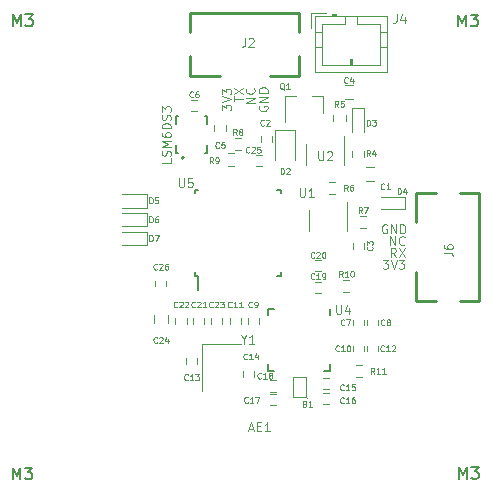
<source format=gbr>
G04 #@! TF.FileFunction,Legend,Top*
%FSLAX46Y46*%
G04 Gerber Fmt 4.6, Leading zero omitted, Abs format (unit mm)*
G04 Created by KiCad (PCBNEW 4.0.7) date Tuesday, 19 '19e' June '19e' 2018, 11:22:24*
%MOMM*%
%LPD*%
G01*
G04 APERTURE LIST*
%ADD10C,0.100000*%
%ADD11C,0.120000*%
%ADD12C,0.254000*%
%ADD13C,0.200000*%
%ADD14C,0.127000*%
%ADD15C,0.150000*%
G04 APERTURE END LIST*
D10*
X155828572Y-89825000D02*
X155757143Y-89789286D01*
X155650000Y-89789286D01*
X155542857Y-89825000D01*
X155471429Y-89896429D01*
X155435714Y-89967857D01*
X155400000Y-90110714D01*
X155400000Y-90217857D01*
X155435714Y-90360714D01*
X155471429Y-90432143D01*
X155542857Y-90503571D01*
X155650000Y-90539286D01*
X155721429Y-90539286D01*
X155828572Y-90503571D01*
X155864286Y-90467857D01*
X155864286Y-90217857D01*
X155721429Y-90217857D01*
X156185714Y-90539286D02*
X156185714Y-89789286D01*
X156614286Y-90539286D01*
X156614286Y-89789286D01*
X156971428Y-90539286D02*
X156971428Y-89789286D01*
X157150000Y-89789286D01*
X157257143Y-89825000D01*
X157328571Y-89896429D01*
X157364286Y-89967857D01*
X157400000Y-90110714D01*
X157400000Y-90217857D01*
X157364286Y-90360714D01*
X157328571Y-90432143D01*
X157257143Y-90503571D01*
X157150000Y-90539286D01*
X156971428Y-90539286D01*
X156110714Y-91539286D02*
X156110714Y-90789286D01*
X156539286Y-91539286D01*
X156539286Y-90789286D01*
X157325000Y-91467857D02*
X157289286Y-91503571D01*
X157182143Y-91539286D01*
X157110714Y-91539286D01*
X157003571Y-91503571D01*
X156932143Y-91432143D01*
X156896428Y-91360714D01*
X156860714Y-91217857D01*
X156860714Y-91110714D01*
X156896428Y-90967857D01*
X156932143Y-90896429D01*
X157003571Y-90825000D01*
X157110714Y-90789286D01*
X157182143Y-90789286D01*
X157289286Y-90825000D01*
X157325000Y-90860714D01*
X156575000Y-92539286D02*
X156325000Y-92182143D01*
X156146428Y-92539286D02*
X156146428Y-91789286D01*
X156432143Y-91789286D01*
X156503571Y-91825000D01*
X156539286Y-91860714D01*
X156575000Y-91932143D01*
X156575000Y-92039286D01*
X156539286Y-92110714D01*
X156503571Y-92146429D01*
X156432143Y-92182143D01*
X156146428Y-92182143D01*
X156825000Y-91789286D02*
X157325000Y-92539286D01*
X157325000Y-91789286D02*
X156825000Y-92539286D01*
X155471429Y-92789286D02*
X155935715Y-92789286D01*
X155685715Y-93075000D01*
X155792857Y-93075000D01*
X155864286Y-93110714D01*
X155900000Y-93146429D01*
X155935715Y-93217857D01*
X155935715Y-93396429D01*
X155900000Y-93467857D01*
X155864286Y-93503571D01*
X155792857Y-93539286D01*
X155578572Y-93539286D01*
X155507143Y-93503571D01*
X155471429Y-93467857D01*
X156150001Y-92789286D02*
X156400001Y-93539286D01*
X156650001Y-92789286D01*
X156828572Y-92789286D02*
X157292858Y-92789286D01*
X157042858Y-93075000D01*
X157150000Y-93075000D01*
X157221429Y-93110714D01*
X157257143Y-93146429D01*
X157292858Y-93217857D01*
X157292858Y-93396429D01*
X157257143Y-93467857D01*
X157221429Y-93503571D01*
X157150000Y-93539286D01*
X156935715Y-93539286D01*
X156864286Y-93503571D01*
X156828572Y-93467857D01*
X141889286Y-80128571D02*
X141889286Y-79664285D01*
X142175000Y-79914285D01*
X142175000Y-79807143D01*
X142210714Y-79735714D01*
X142246429Y-79700000D01*
X142317857Y-79664285D01*
X142496429Y-79664285D01*
X142567857Y-79700000D01*
X142603571Y-79735714D01*
X142639286Y-79807143D01*
X142639286Y-80021428D01*
X142603571Y-80092857D01*
X142567857Y-80128571D01*
X141889286Y-79449999D02*
X142639286Y-79199999D01*
X141889286Y-78949999D01*
X141889286Y-78771428D02*
X141889286Y-78307142D01*
X142175000Y-78557142D01*
X142175000Y-78450000D01*
X142210714Y-78378571D01*
X142246429Y-78342857D01*
X142317857Y-78307142D01*
X142496429Y-78307142D01*
X142567857Y-78342857D01*
X142603571Y-78378571D01*
X142639286Y-78450000D01*
X142639286Y-78664285D01*
X142603571Y-78735714D01*
X142567857Y-78771428D01*
X145025000Y-79771428D02*
X144989286Y-79842857D01*
X144989286Y-79950000D01*
X145025000Y-80057143D01*
X145096429Y-80128571D01*
X145167857Y-80164286D01*
X145310714Y-80200000D01*
X145417857Y-80200000D01*
X145560714Y-80164286D01*
X145632143Y-80128571D01*
X145703571Y-80057143D01*
X145739286Y-79950000D01*
X145739286Y-79878571D01*
X145703571Y-79771428D01*
X145667857Y-79735714D01*
X145417857Y-79735714D01*
X145417857Y-79878571D01*
X145739286Y-79414286D02*
X144989286Y-79414286D01*
X145739286Y-78985714D01*
X144989286Y-78985714D01*
X145739286Y-78628572D02*
X144989286Y-78628572D01*
X144989286Y-78450000D01*
X145025000Y-78342857D01*
X145096429Y-78271429D01*
X145167857Y-78235714D01*
X145310714Y-78200000D01*
X145417857Y-78200000D01*
X145560714Y-78235714D01*
X145632143Y-78271429D01*
X145703571Y-78342857D01*
X145739286Y-78450000D01*
X145739286Y-78628572D01*
X144639286Y-79489286D02*
X143889286Y-79489286D01*
X144639286Y-79060714D01*
X143889286Y-79060714D01*
X144567857Y-78275000D02*
X144603571Y-78310714D01*
X144639286Y-78417857D01*
X144639286Y-78489286D01*
X144603571Y-78596429D01*
X144532143Y-78667857D01*
X144460714Y-78703572D01*
X144317857Y-78739286D01*
X144210714Y-78739286D01*
X144067857Y-78703572D01*
X143996429Y-78667857D01*
X143925000Y-78596429D01*
X143889286Y-78489286D01*
X143889286Y-78417857D01*
X143925000Y-78310714D01*
X143960714Y-78275000D01*
X142889286Y-79371428D02*
X142889286Y-78942857D01*
X143639286Y-79157143D02*
X142889286Y-79157143D01*
X142889286Y-78764285D02*
X143639286Y-78264285D01*
X142889286Y-78264285D02*
X143639286Y-78764285D01*
X149100000Y-104550000D02*
G75*
G03X149100000Y-104550000I-50000J0D01*
G01*
X147850000Y-102700000D02*
X147850000Y-104400000D01*
X148950000Y-102700000D02*
X147850000Y-102700000D01*
X148950000Y-104400000D02*
X148950000Y-102700000D01*
X147850000Y-104400000D02*
X148950000Y-104400000D01*
D11*
X154750000Y-86100000D02*
X154050000Y-86100000D01*
X154050000Y-84900000D02*
X154750000Y-84900000D01*
X146070000Y-82850000D02*
X146070000Y-82350000D01*
X145130000Y-82350000D02*
X145130000Y-82850000D01*
X153870000Y-91850000D02*
X153870000Y-91350000D01*
X152930000Y-91350000D02*
X152930000Y-91850000D01*
X152950000Y-79200000D02*
X152250000Y-79200000D01*
X152250000Y-78000000D02*
X152950000Y-78000000D01*
X142170000Y-81850000D02*
X142170000Y-81350000D01*
X141230000Y-81350000D02*
X141230000Y-81850000D01*
X139250000Y-80170000D02*
X139750000Y-80170000D01*
X139750000Y-79230000D02*
X139250000Y-79230000D01*
X153870000Y-98350000D02*
X153870000Y-97850000D01*
X152930000Y-97850000D02*
X152930000Y-98350000D01*
X155070000Y-98350000D02*
X155070000Y-97850000D01*
X154130000Y-97850000D02*
X154130000Y-98350000D01*
X144030000Y-97750000D02*
X144030000Y-98250000D01*
X144970000Y-98250000D02*
X144970000Y-97750000D01*
X152930000Y-100050000D02*
X152930000Y-100550000D01*
X153870000Y-100550000D02*
X153870000Y-100050000D01*
X142530000Y-97750000D02*
X142530000Y-98250000D01*
X143470000Y-98250000D02*
X143470000Y-97750000D01*
X139770000Y-101600000D02*
X139770000Y-101100000D01*
X138830000Y-101100000D02*
X138830000Y-101600000D01*
X143680000Y-102200000D02*
X143680000Y-102700000D01*
X144620000Y-102700000D02*
X144620000Y-102200000D01*
X148050000Y-81800000D02*
X146350000Y-81800000D01*
X146350000Y-81800000D02*
X146350000Y-84350000D01*
X148050000Y-81800000D02*
X148050000Y-84350000D01*
X153900000Y-79900000D02*
X152900000Y-79900000D01*
X152900000Y-79900000D02*
X152900000Y-82000000D01*
X153900000Y-79900000D02*
X153900000Y-82000000D01*
X157400000Y-88500000D02*
X157400000Y-87500000D01*
X157400000Y-87500000D02*
X155300000Y-87500000D01*
X157400000Y-88500000D02*
X155300000Y-88500000D01*
X135500000Y-88370000D02*
X135500000Y-87230000D01*
X135500000Y-87230000D02*
X133400000Y-87230000D01*
X135500000Y-88370000D02*
X133400000Y-88370000D01*
X135500000Y-89970000D02*
X135500000Y-88830000D01*
X135500000Y-88830000D02*
X133400000Y-88830000D01*
X135500000Y-89970000D02*
X133400000Y-89970000D01*
X135500000Y-91570000D02*
X135500000Y-90430000D01*
X135500000Y-90430000D02*
X133400000Y-90430000D01*
X135500000Y-91570000D02*
X133400000Y-91570000D01*
D12*
X148400000Y-71900000D02*
X139200000Y-71900000D01*
X148400000Y-71900000D02*
X148400000Y-73500000D01*
X148400000Y-77200000D02*
X148400000Y-75500000D01*
X139200000Y-71900000D02*
X139200000Y-73500000D01*
X139200000Y-77200000D02*
X139200000Y-75500000D01*
X148400000Y-77200000D02*
X145900000Y-77200000D01*
X139200000Y-77200000D02*
X141700000Y-77200000D01*
D11*
X149740000Y-72190000D02*
X149740000Y-76890000D01*
X149740000Y-76890000D02*
X155840000Y-76890000D01*
X155840000Y-76890000D02*
X155840000Y-72190000D01*
X155840000Y-72190000D02*
X149740000Y-72190000D01*
X152290000Y-72190000D02*
X152290000Y-72790000D01*
X152290000Y-72790000D02*
X150340000Y-72790000D01*
X150340000Y-72790000D02*
X150340000Y-76290000D01*
X150340000Y-76290000D02*
X155240000Y-76290000D01*
X155240000Y-76290000D02*
X155240000Y-72790000D01*
X155240000Y-72790000D02*
X153290000Y-72790000D01*
X153290000Y-72790000D02*
X153290000Y-72190000D01*
X149740000Y-73490000D02*
X150340000Y-73490000D01*
X149740000Y-74790000D02*
X150340000Y-74790000D01*
X155840000Y-73490000D02*
X155240000Y-73490000D01*
X155840000Y-74790000D02*
X155240000Y-74790000D01*
X151490000Y-72190000D02*
X151490000Y-71990000D01*
X151490000Y-71990000D02*
X151190000Y-71990000D01*
X151190000Y-71990000D02*
X151190000Y-72190000D01*
X151490000Y-72090000D02*
X151190000Y-72090000D01*
X152690000Y-76290000D02*
X152690000Y-75790000D01*
X152690000Y-75790000D02*
X152890000Y-75790000D01*
X152890000Y-75790000D02*
X152890000Y-76290000D01*
X152790000Y-76290000D02*
X152790000Y-75790000D01*
X150690000Y-71890000D02*
X149440000Y-71890000D01*
X149440000Y-71890000D02*
X149440000Y-73140000D01*
X150380000Y-78940000D02*
X149450000Y-78940000D01*
X147220000Y-78940000D02*
X148150000Y-78940000D01*
X147220000Y-78940000D02*
X147220000Y-81100000D01*
X150380000Y-78940000D02*
X150380000Y-80400000D01*
X153930000Y-84050000D02*
X153930000Y-83550000D01*
X152870000Y-83550000D02*
X152870000Y-84050000D01*
X151270000Y-80550000D02*
X151270000Y-81050000D01*
X152330000Y-81050000D02*
X152330000Y-80550000D01*
X150950000Y-87230000D02*
X151450000Y-87230000D01*
X151450000Y-86170000D02*
X150950000Y-86170000D01*
X154050000Y-89070000D02*
X153550000Y-89070000D01*
X153550000Y-90130000D02*
X154050000Y-90130000D01*
X149215000Y-88550000D02*
X149215000Y-90350000D01*
X152435000Y-90350000D02*
X152435000Y-87900000D01*
X148990000Y-83000000D02*
X148990000Y-84800000D01*
X152210000Y-84800000D02*
X152210000Y-82350000D01*
D13*
X138650000Y-84150000D02*
G75*
G03X138650000Y-84150000I-100000J0D01*
G01*
D14*
X138000000Y-83100000D02*
X138000000Y-83750000D01*
X138000000Y-83750000D02*
X138150000Y-83750000D01*
X138000000Y-81300000D02*
X138000000Y-80650000D01*
X138000000Y-80650000D02*
X138150000Y-80650000D01*
X140450000Y-80650000D02*
X140600000Y-80650000D01*
X140600000Y-80650000D02*
X140600000Y-81300000D01*
X140450000Y-83750000D02*
X140600000Y-83750000D01*
X140600000Y-83750000D02*
X140600000Y-83100000D01*
D11*
X154130000Y-100050000D02*
X154130000Y-100550000D01*
X155070000Y-100550000D02*
X155070000Y-100050000D01*
X150950000Y-102830000D02*
X150450000Y-102830000D01*
X150450000Y-103770000D02*
X150950000Y-103770000D01*
X150950000Y-104030000D02*
X150450000Y-104030000D01*
X150450000Y-104970000D02*
X150950000Y-104970000D01*
X145975000Y-105120000D02*
X146475000Y-105120000D01*
X146475000Y-104180000D02*
X145975000Y-104180000D01*
X145975000Y-103945000D02*
X146475000Y-103945000D01*
X146475000Y-103005000D02*
X145975000Y-103005000D01*
X150250000Y-94630000D02*
X149750000Y-94630000D01*
X149750000Y-95570000D02*
X150250000Y-95570000D01*
X150250000Y-92830000D02*
X149750000Y-92830000D01*
X149750000Y-93770000D02*
X150250000Y-93770000D01*
X140370000Y-98250000D02*
X140370000Y-97750000D01*
X139430000Y-97750000D02*
X139430000Y-98250000D01*
X138870000Y-98250000D02*
X138870000Y-97750000D01*
X137930000Y-97750000D02*
X137930000Y-98250000D01*
X141870000Y-98250000D02*
X141870000Y-97750000D01*
X140930000Y-97750000D02*
X140930000Y-98250000D01*
X136100000Y-98150000D02*
X136100000Y-97450000D01*
X137300000Y-97450000D02*
X137300000Y-98150000D01*
X144750000Y-84870000D02*
X145250000Y-84870000D01*
X145250000Y-83930000D02*
X144750000Y-83930000D01*
X136230000Y-94550000D02*
X136230000Y-95050000D01*
X137170000Y-95050000D02*
X137170000Y-94550000D01*
D12*
X163600000Y-96300000D02*
X163600000Y-87100000D01*
X163600000Y-96300000D02*
X162000000Y-96300000D01*
X158300000Y-96300000D02*
X160000000Y-96300000D01*
X163600000Y-87100000D02*
X162000000Y-87100000D01*
X158300000Y-87100000D02*
X160000000Y-87100000D01*
X158300000Y-96300000D02*
X158300000Y-93800000D01*
X158300000Y-87100000D02*
X158300000Y-89600000D01*
D11*
X143450000Y-82470000D02*
X142950000Y-82470000D01*
X142950000Y-83530000D02*
X143450000Y-83530000D01*
X142850000Y-83770000D02*
X142350000Y-83770000D01*
X142350000Y-84830000D02*
X142850000Y-84830000D01*
X152650000Y-94470000D02*
X152150000Y-94470000D01*
X152150000Y-95530000D02*
X152650000Y-95530000D01*
X153250000Y-102730000D02*
X153750000Y-102730000D01*
X153750000Y-101670000D02*
X153250000Y-101670000D01*
D15*
X151025000Y-102175000D02*
X150500000Y-102175000D01*
X145775000Y-96925000D02*
X146300000Y-96925000D01*
X145775000Y-102175000D02*
X146300000Y-102175000D01*
X151025000Y-96925000D02*
X151025000Y-97450000D01*
X145775000Y-96925000D02*
X145775000Y-97450000D01*
X145775000Y-102175000D02*
X145775000Y-101650000D01*
X151025000Y-102175000D02*
X151025000Y-101650000D01*
X139575000Y-94125000D02*
X139800000Y-94125000D01*
X139575000Y-86875000D02*
X139875000Y-86875000D01*
X146825000Y-86875000D02*
X146525000Y-86875000D01*
X146825000Y-94125000D02*
X146525000Y-94125000D01*
X139575000Y-94125000D02*
X139575000Y-93825000D01*
X146825000Y-94125000D02*
X146825000Y-93825000D01*
X146825000Y-86875000D02*
X146825000Y-87175000D01*
X139575000Y-86875000D02*
X139575000Y-87175000D01*
X139800000Y-94125000D02*
X139800000Y-95350000D01*
D11*
X143450000Y-99900000D02*
X140150000Y-99900000D01*
X140150000Y-99900000D02*
X140150000Y-103900000D01*
D10*
X148897619Y-104964286D02*
X148969048Y-104988095D01*
X148992857Y-105011905D01*
X149016667Y-105059524D01*
X149016667Y-105130952D01*
X148992857Y-105178571D01*
X148969048Y-105202381D01*
X148921429Y-105226190D01*
X148730953Y-105226190D01*
X148730953Y-104726190D01*
X148897619Y-104726190D01*
X148945238Y-104750000D01*
X148969048Y-104773810D01*
X148992857Y-104821429D01*
X148992857Y-104869048D01*
X148969048Y-104916667D01*
X148945238Y-104940476D01*
X148897619Y-104964286D01*
X148730953Y-104964286D01*
X149492857Y-105226190D02*
X149207143Y-105226190D01*
X149350000Y-105226190D02*
X149350000Y-104726190D01*
X149302381Y-104797619D01*
X149254762Y-104845238D01*
X149207143Y-104869048D01*
D15*
X161920476Y-111332381D02*
X161920476Y-110332381D01*
X162253810Y-111046667D01*
X162587143Y-110332381D01*
X162587143Y-111332381D01*
X162968095Y-110332381D02*
X163587143Y-110332381D01*
X163253809Y-110713333D01*
X163396667Y-110713333D01*
X163491905Y-110760952D01*
X163539524Y-110808571D01*
X163587143Y-110903810D01*
X163587143Y-111141905D01*
X163539524Y-111237143D01*
X163491905Y-111284762D01*
X163396667Y-111332381D01*
X163110952Y-111332381D01*
X163015714Y-111284762D01*
X162968095Y-111237143D01*
X124140476Y-111382381D02*
X124140476Y-110382381D01*
X124473810Y-111096667D01*
X124807143Y-110382381D01*
X124807143Y-111382381D01*
X125188095Y-110382381D02*
X125807143Y-110382381D01*
X125473809Y-110763333D01*
X125616667Y-110763333D01*
X125711905Y-110810952D01*
X125759524Y-110858571D01*
X125807143Y-110953810D01*
X125807143Y-111191905D01*
X125759524Y-111287143D01*
X125711905Y-111334762D01*
X125616667Y-111382381D01*
X125330952Y-111382381D01*
X125235714Y-111334762D01*
X125188095Y-111287143D01*
X161870476Y-73022381D02*
X161870476Y-72022381D01*
X162203810Y-72736667D01*
X162537143Y-72022381D01*
X162537143Y-73022381D01*
X162918095Y-72022381D02*
X163537143Y-72022381D01*
X163203809Y-72403333D01*
X163346667Y-72403333D01*
X163441905Y-72450952D01*
X163489524Y-72498571D01*
X163537143Y-72593810D01*
X163537143Y-72831905D01*
X163489524Y-72927143D01*
X163441905Y-72974762D01*
X163346667Y-73022381D01*
X163060952Y-73022381D01*
X162965714Y-72974762D01*
X162918095Y-72927143D01*
D10*
X144175000Y-107075000D02*
X144532143Y-107075000D01*
X144103572Y-107289286D02*
X144353572Y-106539286D01*
X144603572Y-107289286D01*
X144853571Y-106896429D02*
X145103571Y-106896429D01*
X145210714Y-107289286D02*
X144853571Y-107289286D01*
X144853571Y-106539286D01*
X145210714Y-106539286D01*
X145925000Y-107289286D02*
X145496428Y-107289286D01*
X145710714Y-107289286D02*
X145710714Y-106539286D01*
X145639285Y-106646429D01*
X145567857Y-106717857D01*
X145496428Y-106753571D01*
X155616667Y-86778571D02*
X155592857Y-86802381D01*
X155521429Y-86826190D01*
X155473810Y-86826190D01*
X155402381Y-86802381D01*
X155354762Y-86754762D01*
X155330953Y-86707143D01*
X155307143Y-86611905D01*
X155307143Y-86540476D01*
X155330953Y-86445238D01*
X155354762Y-86397619D01*
X155402381Y-86350000D01*
X155473810Y-86326190D01*
X155521429Y-86326190D01*
X155592857Y-86350000D01*
X155616667Y-86373810D01*
X156092857Y-86826190D02*
X155807143Y-86826190D01*
X155950000Y-86826190D02*
X155950000Y-86326190D01*
X155902381Y-86397619D01*
X155854762Y-86445238D01*
X155807143Y-86469048D01*
X145416667Y-81378571D02*
X145392857Y-81402381D01*
X145321429Y-81426190D01*
X145273810Y-81426190D01*
X145202381Y-81402381D01*
X145154762Y-81354762D01*
X145130953Y-81307143D01*
X145107143Y-81211905D01*
X145107143Y-81140476D01*
X145130953Y-81045238D01*
X145154762Y-80997619D01*
X145202381Y-80950000D01*
X145273810Y-80926190D01*
X145321429Y-80926190D01*
X145392857Y-80950000D01*
X145416667Y-80973810D01*
X145607143Y-80973810D02*
X145630953Y-80950000D01*
X145678572Y-80926190D01*
X145797619Y-80926190D01*
X145845238Y-80950000D01*
X145869048Y-80973810D01*
X145892857Y-81021429D01*
X145892857Y-81069048D01*
X145869048Y-81140476D01*
X145583334Y-81426190D01*
X145892857Y-81426190D01*
X154578571Y-91683333D02*
X154602381Y-91707143D01*
X154626190Y-91778571D01*
X154626190Y-91826190D01*
X154602381Y-91897619D01*
X154554762Y-91945238D01*
X154507143Y-91969047D01*
X154411905Y-91992857D01*
X154340476Y-91992857D01*
X154245238Y-91969047D01*
X154197619Y-91945238D01*
X154150000Y-91897619D01*
X154126190Y-91826190D01*
X154126190Y-91778571D01*
X154150000Y-91707143D01*
X154173810Y-91683333D01*
X154126190Y-91516666D02*
X154126190Y-91207143D01*
X154316667Y-91373809D01*
X154316667Y-91302381D01*
X154340476Y-91254762D01*
X154364286Y-91230952D01*
X154411905Y-91207143D01*
X154530952Y-91207143D01*
X154578571Y-91230952D01*
X154602381Y-91254762D01*
X154626190Y-91302381D01*
X154626190Y-91445238D01*
X154602381Y-91492857D01*
X154578571Y-91516666D01*
X152516667Y-77778571D02*
X152492857Y-77802381D01*
X152421429Y-77826190D01*
X152373810Y-77826190D01*
X152302381Y-77802381D01*
X152254762Y-77754762D01*
X152230953Y-77707143D01*
X152207143Y-77611905D01*
X152207143Y-77540476D01*
X152230953Y-77445238D01*
X152254762Y-77397619D01*
X152302381Y-77350000D01*
X152373810Y-77326190D01*
X152421429Y-77326190D01*
X152492857Y-77350000D01*
X152516667Y-77373810D01*
X152945238Y-77492857D02*
X152945238Y-77826190D01*
X152826191Y-77302381D02*
X152707143Y-77659524D01*
X153016667Y-77659524D01*
X141616667Y-83278571D02*
X141592857Y-83302381D01*
X141521429Y-83326190D01*
X141473810Y-83326190D01*
X141402381Y-83302381D01*
X141354762Y-83254762D01*
X141330953Y-83207143D01*
X141307143Y-83111905D01*
X141307143Y-83040476D01*
X141330953Y-82945238D01*
X141354762Y-82897619D01*
X141402381Y-82850000D01*
X141473810Y-82826190D01*
X141521429Y-82826190D01*
X141592857Y-82850000D01*
X141616667Y-82873810D01*
X142069048Y-82826190D02*
X141830953Y-82826190D01*
X141807143Y-83064286D01*
X141830953Y-83040476D01*
X141878572Y-83016667D01*
X141997619Y-83016667D01*
X142045238Y-83040476D01*
X142069048Y-83064286D01*
X142092857Y-83111905D01*
X142092857Y-83230952D01*
X142069048Y-83278571D01*
X142045238Y-83302381D01*
X141997619Y-83326190D01*
X141878572Y-83326190D01*
X141830953Y-83302381D01*
X141807143Y-83278571D01*
X139416667Y-78978571D02*
X139392857Y-79002381D01*
X139321429Y-79026190D01*
X139273810Y-79026190D01*
X139202381Y-79002381D01*
X139154762Y-78954762D01*
X139130953Y-78907143D01*
X139107143Y-78811905D01*
X139107143Y-78740476D01*
X139130953Y-78645238D01*
X139154762Y-78597619D01*
X139202381Y-78550000D01*
X139273810Y-78526190D01*
X139321429Y-78526190D01*
X139392857Y-78550000D01*
X139416667Y-78573810D01*
X139845238Y-78526190D02*
X139750000Y-78526190D01*
X139702381Y-78550000D01*
X139678572Y-78573810D01*
X139630953Y-78645238D01*
X139607143Y-78740476D01*
X139607143Y-78930952D01*
X139630953Y-78978571D01*
X139654762Y-79002381D01*
X139702381Y-79026190D01*
X139797619Y-79026190D01*
X139845238Y-79002381D01*
X139869048Y-78978571D01*
X139892857Y-78930952D01*
X139892857Y-78811905D01*
X139869048Y-78764286D01*
X139845238Y-78740476D01*
X139797619Y-78716667D01*
X139702381Y-78716667D01*
X139654762Y-78740476D01*
X139630953Y-78764286D01*
X139607143Y-78811905D01*
X152216667Y-98278571D02*
X152192857Y-98302381D01*
X152121429Y-98326190D01*
X152073810Y-98326190D01*
X152002381Y-98302381D01*
X151954762Y-98254762D01*
X151930953Y-98207143D01*
X151907143Y-98111905D01*
X151907143Y-98040476D01*
X151930953Y-97945238D01*
X151954762Y-97897619D01*
X152002381Y-97850000D01*
X152073810Y-97826190D01*
X152121429Y-97826190D01*
X152192857Y-97850000D01*
X152216667Y-97873810D01*
X152383334Y-97826190D02*
X152716667Y-97826190D01*
X152502381Y-98326190D01*
X155616667Y-98278571D02*
X155592857Y-98302381D01*
X155521429Y-98326190D01*
X155473810Y-98326190D01*
X155402381Y-98302381D01*
X155354762Y-98254762D01*
X155330953Y-98207143D01*
X155307143Y-98111905D01*
X155307143Y-98040476D01*
X155330953Y-97945238D01*
X155354762Y-97897619D01*
X155402381Y-97850000D01*
X155473810Y-97826190D01*
X155521429Y-97826190D01*
X155592857Y-97850000D01*
X155616667Y-97873810D01*
X155902381Y-98040476D02*
X155854762Y-98016667D01*
X155830953Y-97992857D01*
X155807143Y-97945238D01*
X155807143Y-97921429D01*
X155830953Y-97873810D01*
X155854762Y-97850000D01*
X155902381Y-97826190D01*
X155997619Y-97826190D01*
X156045238Y-97850000D01*
X156069048Y-97873810D01*
X156092857Y-97921429D01*
X156092857Y-97945238D01*
X156069048Y-97992857D01*
X156045238Y-98016667D01*
X155997619Y-98040476D01*
X155902381Y-98040476D01*
X155854762Y-98064286D01*
X155830953Y-98088095D01*
X155807143Y-98135714D01*
X155807143Y-98230952D01*
X155830953Y-98278571D01*
X155854762Y-98302381D01*
X155902381Y-98326190D01*
X155997619Y-98326190D01*
X156045238Y-98302381D01*
X156069048Y-98278571D01*
X156092857Y-98230952D01*
X156092857Y-98135714D01*
X156069048Y-98088095D01*
X156045238Y-98064286D01*
X155997619Y-98040476D01*
X144416667Y-96778571D02*
X144392857Y-96802381D01*
X144321429Y-96826190D01*
X144273810Y-96826190D01*
X144202381Y-96802381D01*
X144154762Y-96754762D01*
X144130953Y-96707143D01*
X144107143Y-96611905D01*
X144107143Y-96540476D01*
X144130953Y-96445238D01*
X144154762Y-96397619D01*
X144202381Y-96350000D01*
X144273810Y-96326190D01*
X144321429Y-96326190D01*
X144392857Y-96350000D01*
X144416667Y-96373810D01*
X144654762Y-96826190D02*
X144750000Y-96826190D01*
X144797619Y-96802381D01*
X144821429Y-96778571D01*
X144869048Y-96707143D01*
X144892857Y-96611905D01*
X144892857Y-96421429D01*
X144869048Y-96373810D01*
X144845238Y-96350000D01*
X144797619Y-96326190D01*
X144702381Y-96326190D01*
X144654762Y-96350000D01*
X144630953Y-96373810D01*
X144607143Y-96421429D01*
X144607143Y-96540476D01*
X144630953Y-96588095D01*
X144654762Y-96611905D01*
X144702381Y-96635714D01*
X144797619Y-96635714D01*
X144845238Y-96611905D01*
X144869048Y-96588095D01*
X144892857Y-96540476D01*
X151778572Y-100478571D02*
X151754762Y-100502381D01*
X151683334Y-100526190D01*
X151635715Y-100526190D01*
X151564286Y-100502381D01*
X151516667Y-100454762D01*
X151492858Y-100407143D01*
X151469048Y-100311905D01*
X151469048Y-100240476D01*
X151492858Y-100145238D01*
X151516667Y-100097619D01*
X151564286Y-100050000D01*
X151635715Y-100026190D01*
X151683334Y-100026190D01*
X151754762Y-100050000D01*
X151778572Y-100073810D01*
X152254762Y-100526190D02*
X151969048Y-100526190D01*
X152111905Y-100526190D02*
X152111905Y-100026190D01*
X152064286Y-100097619D01*
X152016667Y-100145238D01*
X151969048Y-100169048D01*
X152564286Y-100026190D02*
X152611905Y-100026190D01*
X152659524Y-100050000D01*
X152683333Y-100073810D01*
X152707143Y-100121429D01*
X152730952Y-100216667D01*
X152730952Y-100335714D01*
X152707143Y-100430952D01*
X152683333Y-100478571D01*
X152659524Y-100502381D01*
X152611905Y-100526190D01*
X152564286Y-100526190D01*
X152516667Y-100502381D01*
X152492857Y-100478571D01*
X152469048Y-100430952D01*
X152445238Y-100335714D01*
X152445238Y-100216667D01*
X152469048Y-100121429D01*
X152492857Y-100073810D01*
X152516667Y-100050000D01*
X152564286Y-100026190D01*
X142678572Y-96778571D02*
X142654762Y-96802381D01*
X142583334Y-96826190D01*
X142535715Y-96826190D01*
X142464286Y-96802381D01*
X142416667Y-96754762D01*
X142392858Y-96707143D01*
X142369048Y-96611905D01*
X142369048Y-96540476D01*
X142392858Y-96445238D01*
X142416667Y-96397619D01*
X142464286Y-96350000D01*
X142535715Y-96326190D01*
X142583334Y-96326190D01*
X142654762Y-96350000D01*
X142678572Y-96373810D01*
X143154762Y-96826190D02*
X142869048Y-96826190D01*
X143011905Y-96826190D02*
X143011905Y-96326190D01*
X142964286Y-96397619D01*
X142916667Y-96445238D01*
X142869048Y-96469048D01*
X143630952Y-96826190D02*
X143345238Y-96826190D01*
X143488095Y-96826190D02*
X143488095Y-96326190D01*
X143440476Y-96397619D01*
X143392857Y-96445238D01*
X143345238Y-96469048D01*
X138978572Y-102928571D02*
X138954762Y-102952381D01*
X138883334Y-102976190D01*
X138835715Y-102976190D01*
X138764286Y-102952381D01*
X138716667Y-102904762D01*
X138692858Y-102857143D01*
X138669048Y-102761905D01*
X138669048Y-102690476D01*
X138692858Y-102595238D01*
X138716667Y-102547619D01*
X138764286Y-102500000D01*
X138835715Y-102476190D01*
X138883334Y-102476190D01*
X138954762Y-102500000D01*
X138978572Y-102523810D01*
X139454762Y-102976190D02*
X139169048Y-102976190D01*
X139311905Y-102976190D02*
X139311905Y-102476190D01*
X139264286Y-102547619D01*
X139216667Y-102595238D01*
X139169048Y-102619048D01*
X139621429Y-102476190D02*
X139930952Y-102476190D01*
X139764286Y-102666667D01*
X139835714Y-102666667D01*
X139883333Y-102690476D01*
X139907143Y-102714286D01*
X139930952Y-102761905D01*
X139930952Y-102880952D01*
X139907143Y-102928571D01*
X139883333Y-102952381D01*
X139835714Y-102976190D01*
X139692857Y-102976190D01*
X139645238Y-102952381D01*
X139621429Y-102928571D01*
X143978572Y-101178571D02*
X143954762Y-101202381D01*
X143883334Y-101226190D01*
X143835715Y-101226190D01*
X143764286Y-101202381D01*
X143716667Y-101154762D01*
X143692858Y-101107143D01*
X143669048Y-101011905D01*
X143669048Y-100940476D01*
X143692858Y-100845238D01*
X143716667Y-100797619D01*
X143764286Y-100750000D01*
X143835715Y-100726190D01*
X143883334Y-100726190D01*
X143954762Y-100750000D01*
X143978572Y-100773810D01*
X144454762Y-101226190D02*
X144169048Y-101226190D01*
X144311905Y-101226190D02*
X144311905Y-100726190D01*
X144264286Y-100797619D01*
X144216667Y-100845238D01*
X144169048Y-100869048D01*
X144883333Y-100892857D02*
X144883333Y-101226190D01*
X144764286Y-100702381D02*
X144645238Y-101059524D01*
X144954762Y-101059524D01*
X146830953Y-85526190D02*
X146830953Y-85026190D01*
X146950000Y-85026190D01*
X147021429Y-85050000D01*
X147069048Y-85097619D01*
X147092857Y-85145238D01*
X147116667Y-85240476D01*
X147116667Y-85311905D01*
X147092857Y-85407143D01*
X147069048Y-85454762D01*
X147021429Y-85502381D01*
X146950000Y-85526190D01*
X146830953Y-85526190D01*
X147307143Y-85073810D02*
X147330953Y-85050000D01*
X147378572Y-85026190D01*
X147497619Y-85026190D01*
X147545238Y-85050000D01*
X147569048Y-85073810D01*
X147592857Y-85121429D01*
X147592857Y-85169048D01*
X147569048Y-85240476D01*
X147283334Y-85526190D01*
X147592857Y-85526190D01*
X154130953Y-81426190D02*
X154130953Y-80926190D01*
X154250000Y-80926190D01*
X154321429Y-80950000D01*
X154369048Y-80997619D01*
X154392857Y-81045238D01*
X154416667Y-81140476D01*
X154416667Y-81211905D01*
X154392857Y-81307143D01*
X154369048Y-81354762D01*
X154321429Y-81402381D01*
X154250000Y-81426190D01*
X154130953Y-81426190D01*
X154583334Y-80926190D02*
X154892857Y-80926190D01*
X154726191Y-81116667D01*
X154797619Y-81116667D01*
X154845238Y-81140476D01*
X154869048Y-81164286D01*
X154892857Y-81211905D01*
X154892857Y-81330952D01*
X154869048Y-81378571D01*
X154845238Y-81402381D01*
X154797619Y-81426190D01*
X154654762Y-81426190D01*
X154607143Y-81402381D01*
X154583334Y-81378571D01*
X156730953Y-87226190D02*
X156730953Y-86726190D01*
X156850000Y-86726190D01*
X156921429Y-86750000D01*
X156969048Y-86797619D01*
X156992857Y-86845238D01*
X157016667Y-86940476D01*
X157016667Y-87011905D01*
X156992857Y-87107143D01*
X156969048Y-87154762D01*
X156921429Y-87202381D01*
X156850000Y-87226190D01*
X156730953Y-87226190D01*
X157445238Y-86892857D02*
X157445238Y-87226190D01*
X157326191Y-86702381D02*
X157207143Y-87059524D01*
X157516667Y-87059524D01*
X135730953Y-88011190D02*
X135730953Y-87511190D01*
X135850000Y-87511190D01*
X135921429Y-87535000D01*
X135969048Y-87582619D01*
X135992857Y-87630238D01*
X136016667Y-87725476D01*
X136016667Y-87796905D01*
X135992857Y-87892143D01*
X135969048Y-87939762D01*
X135921429Y-87987381D01*
X135850000Y-88011190D01*
X135730953Y-88011190D01*
X136469048Y-87511190D02*
X136230953Y-87511190D01*
X136207143Y-87749286D01*
X136230953Y-87725476D01*
X136278572Y-87701667D01*
X136397619Y-87701667D01*
X136445238Y-87725476D01*
X136469048Y-87749286D01*
X136492857Y-87796905D01*
X136492857Y-87915952D01*
X136469048Y-87963571D01*
X136445238Y-87987381D01*
X136397619Y-88011190D01*
X136278572Y-88011190D01*
X136230953Y-87987381D01*
X136207143Y-87963571D01*
X135730953Y-89621190D02*
X135730953Y-89121190D01*
X135850000Y-89121190D01*
X135921429Y-89145000D01*
X135969048Y-89192619D01*
X135992857Y-89240238D01*
X136016667Y-89335476D01*
X136016667Y-89406905D01*
X135992857Y-89502143D01*
X135969048Y-89549762D01*
X135921429Y-89597381D01*
X135850000Y-89621190D01*
X135730953Y-89621190D01*
X136445238Y-89121190D02*
X136350000Y-89121190D01*
X136302381Y-89145000D01*
X136278572Y-89168810D01*
X136230953Y-89240238D01*
X136207143Y-89335476D01*
X136207143Y-89525952D01*
X136230953Y-89573571D01*
X136254762Y-89597381D01*
X136302381Y-89621190D01*
X136397619Y-89621190D01*
X136445238Y-89597381D01*
X136469048Y-89573571D01*
X136492857Y-89525952D01*
X136492857Y-89406905D01*
X136469048Y-89359286D01*
X136445238Y-89335476D01*
X136397619Y-89311667D01*
X136302381Y-89311667D01*
X136254762Y-89335476D01*
X136230953Y-89359286D01*
X136207143Y-89406905D01*
X135730953Y-91201190D02*
X135730953Y-90701190D01*
X135850000Y-90701190D01*
X135921429Y-90725000D01*
X135969048Y-90772619D01*
X135992857Y-90820238D01*
X136016667Y-90915476D01*
X136016667Y-90986905D01*
X135992857Y-91082143D01*
X135969048Y-91129762D01*
X135921429Y-91177381D01*
X135850000Y-91201190D01*
X135730953Y-91201190D01*
X136183334Y-90701190D02*
X136516667Y-90701190D01*
X136302381Y-91201190D01*
X143813460Y-74016796D02*
X143813460Y-74552510D01*
X143777746Y-74659653D01*
X143706317Y-74731081D01*
X143599174Y-74766796D01*
X143527746Y-74766796D01*
X144134889Y-74088224D02*
X144170603Y-74052510D01*
X144242032Y-74016796D01*
X144420603Y-74016796D01*
X144492032Y-74052510D01*
X144527746Y-74088224D01*
X144563461Y-74159653D01*
X144563461Y-74231081D01*
X144527746Y-74338224D01*
X144099175Y-74766796D01*
X144563461Y-74766796D01*
X156650000Y-71989286D02*
X156650000Y-72525000D01*
X156614286Y-72632143D01*
X156542857Y-72703571D01*
X156435714Y-72739286D01*
X156364286Y-72739286D01*
X157328572Y-72239286D02*
X157328572Y-72739286D01*
X157150001Y-71953571D02*
X156971429Y-72489286D01*
X157435715Y-72489286D01*
X147152381Y-78373810D02*
X147104762Y-78350000D01*
X147057143Y-78302381D01*
X146985714Y-78230952D01*
X146938095Y-78207143D01*
X146890476Y-78207143D01*
X146914286Y-78326190D02*
X146866667Y-78302381D01*
X146819048Y-78254762D01*
X146795238Y-78159524D01*
X146795238Y-77992857D01*
X146819048Y-77897619D01*
X146866667Y-77850000D01*
X146914286Y-77826190D01*
X147009524Y-77826190D01*
X147057143Y-77850000D01*
X147104762Y-77897619D01*
X147128571Y-77992857D01*
X147128571Y-78159524D01*
X147104762Y-78254762D01*
X147057143Y-78302381D01*
X147009524Y-78326190D01*
X146914286Y-78326190D01*
X147604762Y-78326190D02*
X147319048Y-78326190D01*
X147461905Y-78326190D02*
X147461905Y-77826190D01*
X147414286Y-77897619D01*
X147366667Y-77945238D01*
X147319048Y-77969048D01*
X154416667Y-84026190D02*
X154250000Y-83788095D01*
X154130953Y-84026190D02*
X154130953Y-83526190D01*
X154321429Y-83526190D01*
X154369048Y-83550000D01*
X154392857Y-83573810D01*
X154416667Y-83621429D01*
X154416667Y-83692857D01*
X154392857Y-83740476D01*
X154369048Y-83764286D01*
X154321429Y-83788095D01*
X154130953Y-83788095D01*
X154845238Y-83692857D02*
X154845238Y-84026190D01*
X154726191Y-83502381D02*
X154607143Y-83859524D01*
X154916667Y-83859524D01*
X151716667Y-79826190D02*
X151550000Y-79588095D01*
X151430953Y-79826190D02*
X151430953Y-79326190D01*
X151621429Y-79326190D01*
X151669048Y-79350000D01*
X151692857Y-79373810D01*
X151716667Y-79421429D01*
X151716667Y-79492857D01*
X151692857Y-79540476D01*
X151669048Y-79564286D01*
X151621429Y-79588095D01*
X151430953Y-79588095D01*
X152169048Y-79326190D02*
X151930953Y-79326190D01*
X151907143Y-79564286D01*
X151930953Y-79540476D01*
X151978572Y-79516667D01*
X152097619Y-79516667D01*
X152145238Y-79540476D01*
X152169048Y-79564286D01*
X152192857Y-79611905D01*
X152192857Y-79730952D01*
X152169048Y-79778571D01*
X152145238Y-79802381D01*
X152097619Y-79826190D01*
X151978572Y-79826190D01*
X151930953Y-79802381D01*
X151907143Y-79778571D01*
X152516667Y-86926190D02*
X152350000Y-86688095D01*
X152230953Y-86926190D02*
X152230953Y-86426190D01*
X152421429Y-86426190D01*
X152469048Y-86450000D01*
X152492857Y-86473810D01*
X152516667Y-86521429D01*
X152516667Y-86592857D01*
X152492857Y-86640476D01*
X152469048Y-86664286D01*
X152421429Y-86688095D01*
X152230953Y-86688095D01*
X152945238Y-86426190D02*
X152850000Y-86426190D01*
X152802381Y-86450000D01*
X152778572Y-86473810D01*
X152730953Y-86545238D01*
X152707143Y-86640476D01*
X152707143Y-86830952D01*
X152730953Y-86878571D01*
X152754762Y-86902381D01*
X152802381Y-86926190D01*
X152897619Y-86926190D01*
X152945238Y-86902381D01*
X152969048Y-86878571D01*
X152992857Y-86830952D01*
X152992857Y-86711905D01*
X152969048Y-86664286D01*
X152945238Y-86640476D01*
X152897619Y-86616667D01*
X152802381Y-86616667D01*
X152754762Y-86640476D01*
X152730953Y-86664286D01*
X152707143Y-86711905D01*
X153716667Y-88826190D02*
X153550000Y-88588095D01*
X153430953Y-88826190D02*
X153430953Y-88326190D01*
X153621429Y-88326190D01*
X153669048Y-88350000D01*
X153692857Y-88373810D01*
X153716667Y-88421429D01*
X153716667Y-88492857D01*
X153692857Y-88540476D01*
X153669048Y-88564286D01*
X153621429Y-88588095D01*
X153430953Y-88588095D01*
X153883334Y-88326190D02*
X154216667Y-88326190D01*
X154002381Y-88826190D01*
X148453571Y-86739286D02*
X148453571Y-87346429D01*
X148489286Y-87417857D01*
X148525000Y-87453571D01*
X148596429Y-87489286D01*
X148739286Y-87489286D01*
X148810714Y-87453571D01*
X148846429Y-87417857D01*
X148882143Y-87346429D01*
X148882143Y-86739286D01*
X149632143Y-87489286D02*
X149203571Y-87489286D01*
X149417857Y-87489286D02*
X149417857Y-86739286D01*
X149346428Y-86846429D01*
X149275000Y-86917857D01*
X149203571Y-86953571D01*
X150028571Y-83589286D02*
X150028571Y-84196429D01*
X150064286Y-84267857D01*
X150100000Y-84303571D01*
X150171429Y-84339286D01*
X150314286Y-84339286D01*
X150385714Y-84303571D01*
X150421429Y-84267857D01*
X150457143Y-84196429D01*
X150457143Y-83589286D01*
X150778571Y-83660714D02*
X150814285Y-83625000D01*
X150885714Y-83589286D01*
X151064285Y-83589286D01*
X151135714Y-83625000D01*
X151171428Y-83660714D01*
X151207143Y-83732143D01*
X151207143Y-83803571D01*
X151171428Y-83910714D01*
X150742857Y-84339286D01*
X151207143Y-84339286D01*
X137539286Y-84200001D02*
X137539286Y-84557144D01*
X136789286Y-84557144D01*
X137503571Y-83985715D02*
X137539286Y-83878572D01*
X137539286Y-83700001D01*
X137503571Y-83628572D01*
X137467857Y-83592858D01*
X137396429Y-83557143D01*
X137325000Y-83557143D01*
X137253571Y-83592858D01*
X137217857Y-83628572D01*
X137182143Y-83700001D01*
X137146429Y-83842858D01*
X137110714Y-83914286D01*
X137075000Y-83950001D01*
X137003571Y-83985715D01*
X136932143Y-83985715D01*
X136860714Y-83950001D01*
X136825000Y-83914286D01*
X136789286Y-83842858D01*
X136789286Y-83664286D01*
X136825000Y-83557143D01*
X137539286Y-83235715D02*
X136789286Y-83235715D01*
X137325000Y-82985715D01*
X136789286Y-82735715D01*
X137539286Y-82735715D01*
X136789286Y-82057143D02*
X136789286Y-82200000D01*
X136825000Y-82271429D01*
X136860714Y-82307143D01*
X136967857Y-82378572D01*
X137110714Y-82414286D01*
X137396429Y-82414286D01*
X137467857Y-82378572D01*
X137503571Y-82342857D01*
X137539286Y-82271429D01*
X137539286Y-82128572D01*
X137503571Y-82057143D01*
X137467857Y-82021429D01*
X137396429Y-81985714D01*
X137217857Y-81985714D01*
X137146429Y-82021429D01*
X137110714Y-82057143D01*
X137075000Y-82128572D01*
X137075000Y-82271429D01*
X137110714Y-82342857D01*
X137146429Y-82378572D01*
X137217857Y-82414286D01*
X137539286Y-81664286D02*
X136789286Y-81664286D01*
X136789286Y-81485714D01*
X136825000Y-81378571D01*
X136896429Y-81307143D01*
X136967857Y-81271428D01*
X137110714Y-81235714D01*
X137217857Y-81235714D01*
X137360714Y-81271428D01*
X137432143Y-81307143D01*
X137503571Y-81378571D01*
X137539286Y-81485714D01*
X137539286Y-81664286D01*
X137503571Y-80950000D02*
X137539286Y-80842857D01*
X137539286Y-80664286D01*
X137503571Y-80592857D01*
X137467857Y-80557143D01*
X137396429Y-80521428D01*
X137325000Y-80521428D01*
X137253571Y-80557143D01*
X137217857Y-80592857D01*
X137182143Y-80664286D01*
X137146429Y-80807143D01*
X137110714Y-80878571D01*
X137075000Y-80914286D01*
X137003571Y-80950000D01*
X136932143Y-80950000D01*
X136860714Y-80914286D01*
X136825000Y-80878571D01*
X136789286Y-80807143D01*
X136789286Y-80628571D01*
X136825000Y-80521428D01*
X136789286Y-80271428D02*
X136789286Y-79807142D01*
X137075000Y-80057142D01*
X137075000Y-79950000D01*
X137110714Y-79878571D01*
X137146429Y-79842857D01*
X137217857Y-79807142D01*
X137396429Y-79807142D01*
X137467857Y-79842857D01*
X137503571Y-79878571D01*
X137539286Y-79950000D01*
X137539286Y-80164285D01*
X137503571Y-80235714D01*
X137467857Y-80271428D01*
D15*
X124170476Y-73012381D02*
X124170476Y-72012381D01*
X124503810Y-72726667D01*
X124837143Y-72012381D01*
X124837143Y-73012381D01*
X125218095Y-72012381D02*
X125837143Y-72012381D01*
X125503809Y-72393333D01*
X125646667Y-72393333D01*
X125741905Y-72440952D01*
X125789524Y-72488571D01*
X125837143Y-72583810D01*
X125837143Y-72821905D01*
X125789524Y-72917143D01*
X125741905Y-72964762D01*
X125646667Y-73012381D01*
X125360952Y-73012381D01*
X125265714Y-72964762D01*
X125218095Y-72917143D01*
D10*
X155578572Y-100478571D02*
X155554762Y-100502381D01*
X155483334Y-100526190D01*
X155435715Y-100526190D01*
X155364286Y-100502381D01*
X155316667Y-100454762D01*
X155292858Y-100407143D01*
X155269048Y-100311905D01*
X155269048Y-100240476D01*
X155292858Y-100145238D01*
X155316667Y-100097619D01*
X155364286Y-100050000D01*
X155435715Y-100026190D01*
X155483334Y-100026190D01*
X155554762Y-100050000D01*
X155578572Y-100073810D01*
X156054762Y-100526190D02*
X155769048Y-100526190D01*
X155911905Y-100526190D02*
X155911905Y-100026190D01*
X155864286Y-100097619D01*
X155816667Y-100145238D01*
X155769048Y-100169048D01*
X156245238Y-100073810D02*
X156269048Y-100050000D01*
X156316667Y-100026190D01*
X156435714Y-100026190D01*
X156483333Y-100050000D01*
X156507143Y-100073810D01*
X156530952Y-100121429D01*
X156530952Y-100169048D01*
X156507143Y-100240476D01*
X156221429Y-100526190D01*
X156530952Y-100526190D01*
X152178572Y-103778571D02*
X152154762Y-103802381D01*
X152083334Y-103826190D01*
X152035715Y-103826190D01*
X151964286Y-103802381D01*
X151916667Y-103754762D01*
X151892858Y-103707143D01*
X151869048Y-103611905D01*
X151869048Y-103540476D01*
X151892858Y-103445238D01*
X151916667Y-103397619D01*
X151964286Y-103350000D01*
X152035715Y-103326190D01*
X152083334Y-103326190D01*
X152154762Y-103350000D01*
X152178572Y-103373810D01*
X152654762Y-103826190D02*
X152369048Y-103826190D01*
X152511905Y-103826190D02*
X152511905Y-103326190D01*
X152464286Y-103397619D01*
X152416667Y-103445238D01*
X152369048Y-103469048D01*
X153107143Y-103326190D02*
X152869048Y-103326190D01*
X152845238Y-103564286D01*
X152869048Y-103540476D01*
X152916667Y-103516667D01*
X153035714Y-103516667D01*
X153083333Y-103540476D01*
X153107143Y-103564286D01*
X153130952Y-103611905D01*
X153130952Y-103730952D01*
X153107143Y-103778571D01*
X153083333Y-103802381D01*
X153035714Y-103826190D01*
X152916667Y-103826190D01*
X152869048Y-103802381D01*
X152845238Y-103778571D01*
X152178572Y-104878571D02*
X152154762Y-104902381D01*
X152083334Y-104926190D01*
X152035715Y-104926190D01*
X151964286Y-104902381D01*
X151916667Y-104854762D01*
X151892858Y-104807143D01*
X151869048Y-104711905D01*
X151869048Y-104640476D01*
X151892858Y-104545238D01*
X151916667Y-104497619D01*
X151964286Y-104450000D01*
X152035715Y-104426190D01*
X152083334Y-104426190D01*
X152154762Y-104450000D01*
X152178572Y-104473810D01*
X152654762Y-104926190D02*
X152369048Y-104926190D01*
X152511905Y-104926190D02*
X152511905Y-104426190D01*
X152464286Y-104497619D01*
X152416667Y-104545238D01*
X152369048Y-104569048D01*
X153083333Y-104426190D02*
X152988095Y-104426190D01*
X152940476Y-104450000D01*
X152916667Y-104473810D01*
X152869048Y-104545238D01*
X152845238Y-104640476D01*
X152845238Y-104830952D01*
X152869048Y-104878571D01*
X152892857Y-104902381D01*
X152940476Y-104926190D01*
X153035714Y-104926190D01*
X153083333Y-104902381D01*
X153107143Y-104878571D01*
X153130952Y-104830952D01*
X153130952Y-104711905D01*
X153107143Y-104664286D01*
X153083333Y-104640476D01*
X153035714Y-104616667D01*
X152940476Y-104616667D01*
X152892857Y-104640476D01*
X152869048Y-104664286D01*
X152845238Y-104711905D01*
X144053572Y-104853571D02*
X144029762Y-104877381D01*
X143958334Y-104901190D01*
X143910715Y-104901190D01*
X143839286Y-104877381D01*
X143791667Y-104829762D01*
X143767858Y-104782143D01*
X143744048Y-104686905D01*
X143744048Y-104615476D01*
X143767858Y-104520238D01*
X143791667Y-104472619D01*
X143839286Y-104425000D01*
X143910715Y-104401190D01*
X143958334Y-104401190D01*
X144029762Y-104425000D01*
X144053572Y-104448810D01*
X144529762Y-104901190D02*
X144244048Y-104901190D01*
X144386905Y-104901190D02*
X144386905Y-104401190D01*
X144339286Y-104472619D01*
X144291667Y-104520238D01*
X144244048Y-104544048D01*
X144696429Y-104401190D02*
X145029762Y-104401190D01*
X144815476Y-104901190D01*
X145178572Y-102803571D02*
X145154762Y-102827381D01*
X145083334Y-102851190D01*
X145035715Y-102851190D01*
X144964286Y-102827381D01*
X144916667Y-102779762D01*
X144892858Y-102732143D01*
X144869048Y-102636905D01*
X144869048Y-102565476D01*
X144892858Y-102470238D01*
X144916667Y-102422619D01*
X144964286Y-102375000D01*
X145035715Y-102351190D01*
X145083334Y-102351190D01*
X145154762Y-102375000D01*
X145178572Y-102398810D01*
X145654762Y-102851190D02*
X145369048Y-102851190D01*
X145511905Y-102851190D02*
X145511905Y-102351190D01*
X145464286Y-102422619D01*
X145416667Y-102470238D01*
X145369048Y-102494048D01*
X145940476Y-102565476D02*
X145892857Y-102541667D01*
X145869048Y-102517857D01*
X145845238Y-102470238D01*
X145845238Y-102446429D01*
X145869048Y-102398810D01*
X145892857Y-102375000D01*
X145940476Y-102351190D01*
X146035714Y-102351190D01*
X146083333Y-102375000D01*
X146107143Y-102398810D01*
X146130952Y-102446429D01*
X146130952Y-102470238D01*
X146107143Y-102517857D01*
X146083333Y-102541667D01*
X146035714Y-102565476D01*
X145940476Y-102565476D01*
X145892857Y-102589286D01*
X145869048Y-102613095D01*
X145845238Y-102660714D01*
X145845238Y-102755952D01*
X145869048Y-102803571D01*
X145892857Y-102827381D01*
X145940476Y-102851190D01*
X146035714Y-102851190D01*
X146083333Y-102827381D01*
X146107143Y-102803571D01*
X146130952Y-102755952D01*
X146130952Y-102660714D01*
X146107143Y-102613095D01*
X146083333Y-102589286D01*
X146035714Y-102565476D01*
X149678572Y-94378571D02*
X149654762Y-94402381D01*
X149583334Y-94426190D01*
X149535715Y-94426190D01*
X149464286Y-94402381D01*
X149416667Y-94354762D01*
X149392858Y-94307143D01*
X149369048Y-94211905D01*
X149369048Y-94140476D01*
X149392858Y-94045238D01*
X149416667Y-93997619D01*
X149464286Y-93950000D01*
X149535715Y-93926190D01*
X149583334Y-93926190D01*
X149654762Y-93950000D01*
X149678572Y-93973810D01*
X150154762Y-94426190D02*
X149869048Y-94426190D01*
X150011905Y-94426190D02*
X150011905Y-93926190D01*
X149964286Y-93997619D01*
X149916667Y-94045238D01*
X149869048Y-94069048D01*
X150392857Y-94426190D02*
X150488095Y-94426190D01*
X150535714Y-94402381D01*
X150559524Y-94378571D01*
X150607143Y-94307143D01*
X150630952Y-94211905D01*
X150630952Y-94021429D01*
X150607143Y-93973810D01*
X150583333Y-93950000D01*
X150535714Y-93926190D01*
X150440476Y-93926190D01*
X150392857Y-93950000D01*
X150369048Y-93973810D01*
X150345238Y-94021429D01*
X150345238Y-94140476D01*
X150369048Y-94188095D01*
X150392857Y-94211905D01*
X150440476Y-94235714D01*
X150535714Y-94235714D01*
X150583333Y-94211905D01*
X150607143Y-94188095D01*
X150630952Y-94140476D01*
X149678572Y-92578571D02*
X149654762Y-92602381D01*
X149583334Y-92626190D01*
X149535715Y-92626190D01*
X149464286Y-92602381D01*
X149416667Y-92554762D01*
X149392858Y-92507143D01*
X149369048Y-92411905D01*
X149369048Y-92340476D01*
X149392858Y-92245238D01*
X149416667Y-92197619D01*
X149464286Y-92150000D01*
X149535715Y-92126190D01*
X149583334Y-92126190D01*
X149654762Y-92150000D01*
X149678572Y-92173810D01*
X149869048Y-92173810D02*
X149892858Y-92150000D01*
X149940477Y-92126190D01*
X150059524Y-92126190D01*
X150107143Y-92150000D01*
X150130953Y-92173810D01*
X150154762Y-92221429D01*
X150154762Y-92269048D01*
X150130953Y-92340476D01*
X149845239Y-92626190D01*
X150154762Y-92626190D01*
X150464286Y-92126190D02*
X150511905Y-92126190D01*
X150559524Y-92150000D01*
X150583333Y-92173810D01*
X150607143Y-92221429D01*
X150630952Y-92316667D01*
X150630952Y-92435714D01*
X150607143Y-92530952D01*
X150583333Y-92578571D01*
X150559524Y-92602381D01*
X150511905Y-92626190D01*
X150464286Y-92626190D01*
X150416667Y-92602381D01*
X150392857Y-92578571D01*
X150369048Y-92530952D01*
X150345238Y-92435714D01*
X150345238Y-92316667D01*
X150369048Y-92221429D01*
X150392857Y-92173810D01*
X150416667Y-92150000D01*
X150464286Y-92126190D01*
X139578572Y-96778571D02*
X139554762Y-96802381D01*
X139483334Y-96826190D01*
X139435715Y-96826190D01*
X139364286Y-96802381D01*
X139316667Y-96754762D01*
X139292858Y-96707143D01*
X139269048Y-96611905D01*
X139269048Y-96540476D01*
X139292858Y-96445238D01*
X139316667Y-96397619D01*
X139364286Y-96350000D01*
X139435715Y-96326190D01*
X139483334Y-96326190D01*
X139554762Y-96350000D01*
X139578572Y-96373810D01*
X139769048Y-96373810D02*
X139792858Y-96350000D01*
X139840477Y-96326190D01*
X139959524Y-96326190D01*
X140007143Y-96350000D01*
X140030953Y-96373810D01*
X140054762Y-96421429D01*
X140054762Y-96469048D01*
X140030953Y-96540476D01*
X139745239Y-96826190D01*
X140054762Y-96826190D01*
X140530952Y-96826190D02*
X140245238Y-96826190D01*
X140388095Y-96826190D02*
X140388095Y-96326190D01*
X140340476Y-96397619D01*
X140292857Y-96445238D01*
X140245238Y-96469048D01*
X138078572Y-96778571D02*
X138054762Y-96802381D01*
X137983334Y-96826190D01*
X137935715Y-96826190D01*
X137864286Y-96802381D01*
X137816667Y-96754762D01*
X137792858Y-96707143D01*
X137769048Y-96611905D01*
X137769048Y-96540476D01*
X137792858Y-96445238D01*
X137816667Y-96397619D01*
X137864286Y-96350000D01*
X137935715Y-96326190D01*
X137983334Y-96326190D01*
X138054762Y-96350000D01*
X138078572Y-96373810D01*
X138269048Y-96373810D02*
X138292858Y-96350000D01*
X138340477Y-96326190D01*
X138459524Y-96326190D01*
X138507143Y-96350000D01*
X138530953Y-96373810D01*
X138554762Y-96421429D01*
X138554762Y-96469048D01*
X138530953Y-96540476D01*
X138245239Y-96826190D01*
X138554762Y-96826190D01*
X138745238Y-96373810D02*
X138769048Y-96350000D01*
X138816667Y-96326190D01*
X138935714Y-96326190D01*
X138983333Y-96350000D01*
X139007143Y-96373810D01*
X139030952Y-96421429D01*
X139030952Y-96469048D01*
X139007143Y-96540476D01*
X138721429Y-96826190D01*
X139030952Y-96826190D01*
X141078572Y-96778571D02*
X141054762Y-96802381D01*
X140983334Y-96826190D01*
X140935715Y-96826190D01*
X140864286Y-96802381D01*
X140816667Y-96754762D01*
X140792858Y-96707143D01*
X140769048Y-96611905D01*
X140769048Y-96540476D01*
X140792858Y-96445238D01*
X140816667Y-96397619D01*
X140864286Y-96350000D01*
X140935715Y-96326190D01*
X140983334Y-96326190D01*
X141054762Y-96350000D01*
X141078572Y-96373810D01*
X141269048Y-96373810D02*
X141292858Y-96350000D01*
X141340477Y-96326190D01*
X141459524Y-96326190D01*
X141507143Y-96350000D01*
X141530953Y-96373810D01*
X141554762Y-96421429D01*
X141554762Y-96469048D01*
X141530953Y-96540476D01*
X141245239Y-96826190D01*
X141554762Y-96826190D01*
X141721429Y-96326190D02*
X142030952Y-96326190D01*
X141864286Y-96516667D01*
X141935714Y-96516667D01*
X141983333Y-96540476D01*
X142007143Y-96564286D01*
X142030952Y-96611905D01*
X142030952Y-96730952D01*
X142007143Y-96778571D01*
X141983333Y-96802381D01*
X141935714Y-96826190D01*
X141792857Y-96826190D01*
X141745238Y-96802381D01*
X141721429Y-96778571D01*
X136378572Y-99778571D02*
X136354762Y-99802381D01*
X136283334Y-99826190D01*
X136235715Y-99826190D01*
X136164286Y-99802381D01*
X136116667Y-99754762D01*
X136092858Y-99707143D01*
X136069048Y-99611905D01*
X136069048Y-99540476D01*
X136092858Y-99445238D01*
X136116667Y-99397619D01*
X136164286Y-99350000D01*
X136235715Y-99326190D01*
X136283334Y-99326190D01*
X136354762Y-99350000D01*
X136378572Y-99373810D01*
X136569048Y-99373810D02*
X136592858Y-99350000D01*
X136640477Y-99326190D01*
X136759524Y-99326190D01*
X136807143Y-99350000D01*
X136830953Y-99373810D01*
X136854762Y-99421429D01*
X136854762Y-99469048D01*
X136830953Y-99540476D01*
X136545239Y-99826190D01*
X136854762Y-99826190D01*
X137283333Y-99492857D02*
X137283333Y-99826190D01*
X137164286Y-99302381D02*
X137045238Y-99659524D01*
X137354762Y-99659524D01*
X144178572Y-83678571D02*
X144154762Y-83702381D01*
X144083334Y-83726190D01*
X144035715Y-83726190D01*
X143964286Y-83702381D01*
X143916667Y-83654762D01*
X143892858Y-83607143D01*
X143869048Y-83511905D01*
X143869048Y-83440476D01*
X143892858Y-83345238D01*
X143916667Y-83297619D01*
X143964286Y-83250000D01*
X144035715Y-83226190D01*
X144083334Y-83226190D01*
X144154762Y-83250000D01*
X144178572Y-83273810D01*
X144369048Y-83273810D02*
X144392858Y-83250000D01*
X144440477Y-83226190D01*
X144559524Y-83226190D01*
X144607143Y-83250000D01*
X144630953Y-83273810D01*
X144654762Y-83321429D01*
X144654762Y-83369048D01*
X144630953Y-83440476D01*
X144345239Y-83726190D01*
X144654762Y-83726190D01*
X145107143Y-83226190D02*
X144869048Y-83226190D01*
X144845238Y-83464286D01*
X144869048Y-83440476D01*
X144916667Y-83416667D01*
X145035714Y-83416667D01*
X145083333Y-83440476D01*
X145107143Y-83464286D01*
X145130952Y-83511905D01*
X145130952Y-83630952D01*
X145107143Y-83678571D01*
X145083333Y-83702381D01*
X145035714Y-83726190D01*
X144916667Y-83726190D01*
X144869048Y-83702381D01*
X144845238Y-83678571D01*
X136378572Y-93578571D02*
X136354762Y-93602381D01*
X136283334Y-93626190D01*
X136235715Y-93626190D01*
X136164286Y-93602381D01*
X136116667Y-93554762D01*
X136092858Y-93507143D01*
X136069048Y-93411905D01*
X136069048Y-93340476D01*
X136092858Y-93245238D01*
X136116667Y-93197619D01*
X136164286Y-93150000D01*
X136235715Y-93126190D01*
X136283334Y-93126190D01*
X136354762Y-93150000D01*
X136378572Y-93173810D01*
X136569048Y-93173810D02*
X136592858Y-93150000D01*
X136640477Y-93126190D01*
X136759524Y-93126190D01*
X136807143Y-93150000D01*
X136830953Y-93173810D01*
X136854762Y-93221429D01*
X136854762Y-93269048D01*
X136830953Y-93340476D01*
X136545239Y-93626190D01*
X136854762Y-93626190D01*
X137283333Y-93126190D02*
X137188095Y-93126190D01*
X137140476Y-93150000D01*
X137116667Y-93173810D01*
X137069048Y-93245238D01*
X137045238Y-93340476D01*
X137045238Y-93530952D01*
X137069048Y-93578571D01*
X137092857Y-93602381D01*
X137140476Y-93626190D01*
X137235714Y-93626190D01*
X137283333Y-93602381D01*
X137307143Y-93578571D01*
X137330952Y-93530952D01*
X137330952Y-93411905D01*
X137307143Y-93364286D01*
X137283333Y-93340476D01*
X137235714Y-93316667D01*
X137140476Y-93316667D01*
X137092857Y-93340476D01*
X137069048Y-93364286D01*
X137045238Y-93411905D01*
X160661776Y-92213460D02*
X161197490Y-92213460D01*
X161304633Y-92249174D01*
X161376061Y-92320603D01*
X161411776Y-92427746D01*
X161411776Y-92499174D01*
X160661776Y-91534888D02*
X160661776Y-91677745D01*
X160697490Y-91749174D01*
X160733204Y-91784888D01*
X160840347Y-91856317D01*
X160983204Y-91892031D01*
X161268919Y-91892031D01*
X161340347Y-91856317D01*
X161376061Y-91820602D01*
X161411776Y-91749174D01*
X161411776Y-91606317D01*
X161376061Y-91534888D01*
X161340347Y-91499174D01*
X161268919Y-91463459D01*
X161090347Y-91463459D01*
X161018919Y-91499174D01*
X160983204Y-91534888D01*
X160947490Y-91606317D01*
X160947490Y-91749174D01*
X160983204Y-91820602D01*
X161018919Y-91856317D01*
X161090347Y-91892031D01*
X143116667Y-82226190D02*
X142950000Y-81988095D01*
X142830953Y-82226190D02*
X142830953Y-81726190D01*
X143021429Y-81726190D01*
X143069048Y-81750000D01*
X143092857Y-81773810D01*
X143116667Y-81821429D01*
X143116667Y-81892857D01*
X143092857Y-81940476D01*
X143069048Y-81964286D01*
X143021429Y-81988095D01*
X142830953Y-81988095D01*
X143402381Y-81940476D02*
X143354762Y-81916667D01*
X143330953Y-81892857D01*
X143307143Y-81845238D01*
X143307143Y-81821429D01*
X143330953Y-81773810D01*
X143354762Y-81750000D01*
X143402381Y-81726190D01*
X143497619Y-81726190D01*
X143545238Y-81750000D01*
X143569048Y-81773810D01*
X143592857Y-81821429D01*
X143592857Y-81845238D01*
X143569048Y-81892857D01*
X143545238Y-81916667D01*
X143497619Y-81940476D01*
X143402381Y-81940476D01*
X143354762Y-81964286D01*
X143330953Y-81988095D01*
X143307143Y-82035714D01*
X143307143Y-82130952D01*
X143330953Y-82178571D01*
X143354762Y-82202381D01*
X143402381Y-82226190D01*
X143497619Y-82226190D01*
X143545238Y-82202381D01*
X143569048Y-82178571D01*
X143592857Y-82130952D01*
X143592857Y-82035714D01*
X143569048Y-81988095D01*
X143545238Y-81964286D01*
X143497619Y-81940476D01*
X141116667Y-84626190D02*
X140950000Y-84388095D01*
X140830953Y-84626190D02*
X140830953Y-84126190D01*
X141021429Y-84126190D01*
X141069048Y-84150000D01*
X141092857Y-84173810D01*
X141116667Y-84221429D01*
X141116667Y-84292857D01*
X141092857Y-84340476D01*
X141069048Y-84364286D01*
X141021429Y-84388095D01*
X140830953Y-84388095D01*
X141354762Y-84626190D02*
X141450000Y-84626190D01*
X141497619Y-84602381D01*
X141521429Y-84578571D01*
X141569048Y-84507143D01*
X141592857Y-84411905D01*
X141592857Y-84221429D01*
X141569048Y-84173810D01*
X141545238Y-84150000D01*
X141497619Y-84126190D01*
X141402381Y-84126190D01*
X141354762Y-84150000D01*
X141330953Y-84173810D01*
X141307143Y-84221429D01*
X141307143Y-84340476D01*
X141330953Y-84388095D01*
X141354762Y-84411905D01*
X141402381Y-84435714D01*
X141497619Y-84435714D01*
X141545238Y-84411905D01*
X141569048Y-84388095D01*
X141592857Y-84340476D01*
X152078572Y-94226190D02*
X151911905Y-93988095D01*
X151792858Y-94226190D02*
X151792858Y-93726190D01*
X151983334Y-93726190D01*
X152030953Y-93750000D01*
X152054762Y-93773810D01*
X152078572Y-93821429D01*
X152078572Y-93892857D01*
X152054762Y-93940476D01*
X152030953Y-93964286D01*
X151983334Y-93988095D01*
X151792858Y-93988095D01*
X152554762Y-94226190D02*
X152269048Y-94226190D01*
X152411905Y-94226190D02*
X152411905Y-93726190D01*
X152364286Y-93797619D01*
X152316667Y-93845238D01*
X152269048Y-93869048D01*
X152864286Y-93726190D02*
X152911905Y-93726190D01*
X152959524Y-93750000D01*
X152983333Y-93773810D01*
X153007143Y-93821429D01*
X153030952Y-93916667D01*
X153030952Y-94035714D01*
X153007143Y-94130952D01*
X152983333Y-94178571D01*
X152959524Y-94202381D01*
X152911905Y-94226190D01*
X152864286Y-94226190D01*
X152816667Y-94202381D01*
X152792857Y-94178571D01*
X152769048Y-94130952D01*
X152745238Y-94035714D01*
X152745238Y-93916667D01*
X152769048Y-93821429D01*
X152792857Y-93773810D01*
X152816667Y-93750000D01*
X152864286Y-93726190D01*
X154778572Y-102426190D02*
X154611905Y-102188095D01*
X154492858Y-102426190D02*
X154492858Y-101926190D01*
X154683334Y-101926190D01*
X154730953Y-101950000D01*
X154754762Y-101973810D01*
X154778572Y-102021429D01*
X154778572Y-102092857D01*
X154754762Y-102140476D01*
X154730953Y-102164286D01*
X154683334Y-102188095D01*
X154492858Y-102188095D01*
X155254762Y-102426190D02*
X154969048Y-102426190D01*
X155111905Y-102426190D02*
X155111905Y-101926190D01*
X155064286Y-101997619D01*
X155016667Y-102045238D01*
X154969048Y-102069048D01*
X155730952Y-102426190D02*
X155445238Y-102426190D01*
X155588095Y-102426190D02*
X155588095Y-101926190D01*
X155540476Y-101997619D01*
X155492857Y-102045238D01*
X155445238Y-102069048D01*
X151528571Y-96639286D02*
X151528571Y-97246429D01*
X151564286Y-97317857D01*
X151600000Y-97353571D01*
X151671429Y-97389286D01*
X151814286Y-97389286D01*
X151885714Y-97353571D01*
X151921429Y-97317857D01*
X151957143Y-97246429D01*
X151957143Y-96639286D01*
X152635714Y-96889286D02*
X152635714Y-97389286D01*
X152457143Y-96603571D02*
X152278571Y-97139286D01*
X152742857Y-97139286D01*
X138228571Y-85889286D02*
X138228571Y-86496429D01*
X138264286Y-86567857D01*
X138300000Y-86603571D01*
X138371429Y-86639286D01*
X138514286Y-86639286D01*
X138585714Y-86603571D01*
X138621429Y-86567857D01*
X138657143Y-86496429D01*
X138657143Y-85889286D01*
X139371428Y-85889286D02*
X139014285Y-85889286D01*
X138978571Y-86246429D01*
X139014285Y-86210714D01*
X139085714Y-86175000D01*
X139264285Y-86175000D01*
X139335714Y-86210714D01*
X139371428Y-86246429D01*
X139407143Y-86317857D01*
X139407143Y-86496429D01*
X139371428Y-86567857D01*
X139335714Y-86603571D01*
X139264285Y-86639286D01*
X139085714Y-86639286D01*
X139014285Y-86603571D01*
X138978571Y-86567857D01*
X143692858Y-99532143D02*
X143692858Y-99889286D01*
X143442858Y-99139286D02*
X143692858Y-99532143D01*
X143942858Y-99139286D01*
X144585715Y-99889286D02*
X144157143Y-99889286D01*
X144371429Y-99889286D02*
X144371429Y-99139286D01*
X144300000Y-99246429D01*
X144228572Y-99317857D01*
X144157143Y-99353571D01*
M02*

</source>
